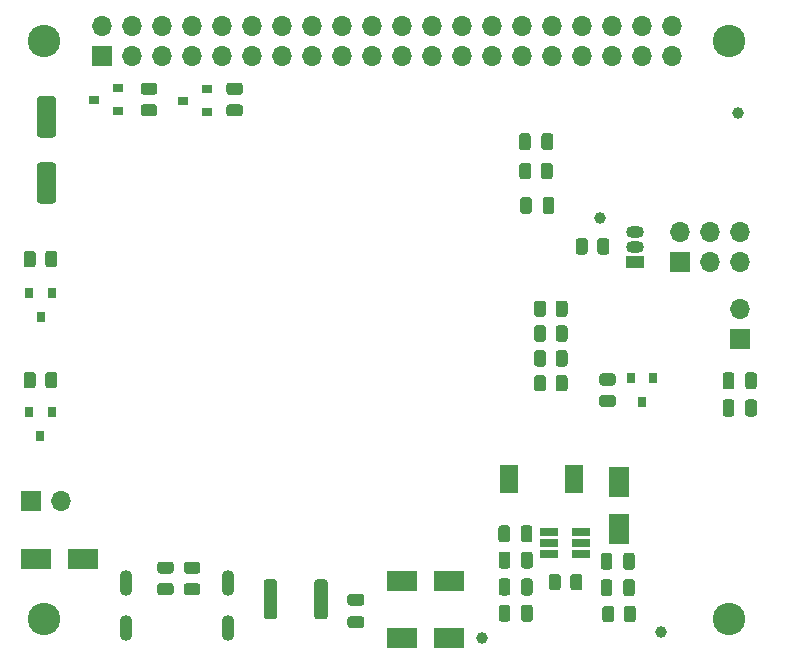
<source format=gbr>
%TF.GenerationSoftware,KiCad,Pcbnew,5.1.9+dfsg1-1*%
%TF.CreationDate,2021-12-12T20:19:36+01:00*%
%TF.ProjectId,RaspberryPi_UPS_HAT,52617370-6265-4727-9279-50695f555053,rev?*%
%TF.SameCoordinates,Original*%
%TF.FileFunction,Soldermask,Bot*%
%TF.FilePolarity,Negative*%
%FSLAX46Y46*%
G04 Gerber Fmt 4.6, Leading zero omitted, Abs format (unit mm)*
G04 Created by KiCad (PCBNEW 5.1.9+dfsg1-1) date 2021-12-12 20:19:36*
%MOMM*%
%LPD*%
G01*
G04 APERTURE LIST*
%ADD10R,0.900000X0.800000*%
%ADD11R,0.800000X0.900000*%
%ADD12R,2.500000X1.800000*%
%ADD13O,1.700000X1.700000*%
%ADD14R,1.700000X1.700000*%
%ADD15R,1.560000X0.650000*%
%ADD16C,2.750000*%
%ADD17C,1.000000*%
%ADD18R,1.500000X1.050000*%
%ADD19O,1.500000X1.050000*%
%ADD20R,1.500000X2.400000*%
%ADD21O,1.100000X2.200000*%
%ADD22R,1.800000X2.500000*%
G04 APERTURE END LIST*
%TO.C,F1*%
G36*
G01*
X77675000Y-90750001D02*
X77675000Y-87849999D01*
G75*
G02*
X77924999Y-87600000I249999J0D01*
G01*
X78550001Y-87600000D01*
G75*
G02*
X78800000Y-87849999I0J-249999D01*
G01*
X78800000Y-90750001D01*
G75*
G02*
X78550001Y-91000000I-249999J0D01*
G01*
X77924999Y-91000000D01*
G75*
G02*
X77675000Y-90750001I0J249999D01*
G01*
G37*
G36*
G01*
X73400000Y-90750001D02*
X73400000Y-87849999D01*
G75*
G02*
X73649999Y-87600000I249999J0D01*
G01*
X74275001Y-87600000D01*
G75*
G02*
X74525000Y-87849999I0J-249999D01*
G01*
X74525000Y-90750001D01*
G75*
G02*
X74275001Y-91000000I-249999J0D01*
G01*
X73649999Y-91000000D01*
G75*
G02*
X73400000Y-90750001I0J249999D01*
G01*
G37*
%TD*%
%TO.C,R15*%
G36*
G01*
X101630000Y-59870001D02*
X101630000Y-58969999D01*
G75*
G02*
X101879999Y-58720000I249999J0D01*
G01*
X102405001Y-58720000D01*
G75*
G02*
X102655000Y-58969999I0J-249999D01*
G01*
X102655000Y-59870001D01*
G75*
G02*
X102405001Y-60120000I-249999J0D01*
G01*
X101879999Y-60120000D01*
G75*
G02*
X101630000Y-59870001I0J249999D01*
G01*
G37*
G36*
G01*
X99805000Y-59870001D02*
X99805000Y-58969999D01*
G75*
G02*
X100054999Y-58720000I249999J0D01*
G01*
X100580001Y-58720000D01*
G75*
G02*
X100830000Y-58969999I0J-249999D01*
G01*
X100830000Y-59870001D01*
G75*
G02*
X100580001Y-60120000I-249999J0D01*
G01*
X100054999Y-60120000D01*
G75*
G02*
X99805000Y-59870001I0J249999D01*
G01*
G37*
%TD*%
D10*
%TO.C,Q2*%
X66560000Y-47070000D03*
X68560000Y-48020000D03*
X68560000Y-46120000D03*
%TD*%
D11*
%TO.C,Q1*%
X54500000Y-65390000D03*
X55450000Y-63390000D03*
X53550000Y-63390000D03*
%TD*%
%TO.C,R14*%
G36*
G01*
X96850000Y-53500001D02*
X96850000Y-52599999D01*
G75*
G02*
X97099999Y-52350000I249999J0D01*
G01*
X97625001Y-52350000D01*
G75*
G02*
X97875000Y-52599999I0J-249999D01*
G01*
X97875000Y-53500001D01*
G75*
G02*
X97625001Y-53750000I-249999J0D01*
G01*
X97099999Y-53750000D01*
G75*
G02*
X96850000Y-53500001I0J249999D01*
G01*
G37*
G36*
G01*
X95025000Y-53500001D02*
X95025000Y-52599999D01*
G75*
G02*
X95274999Y-52350000I249999J0D01*
G01*
X95800001Y-52350000D01*
G75*
G02*
X96050000Y-52599999I0J-249999D01*
G01*
X96050000Y-53500001D01*
G75*
G02*
X95800001Y-53750000I-249999J0D01*
G01*
X95274999Y-53750000D01*
G75*
G02*
X95025000Y-53500001I0J249999D01*
G01*
G37*
%TD*%
%TO.C,R13*%
G36*
G01*
X98100000Y-71450001D02*
X98100000Y-70549999D01*
G75*
G02*
X98349999Y-70300000I249999J0D01*
G01*
X98875001Y-70300000D01*
G75*
G02*
X99125000Y-70549999I0J-249999D01*
G01*
X99125000Y-71450001D01*
G75*
G02*
X98875001Y-71700000I-249999J0D01*
G01*
X98349999Y-71700000D01*
G75*
G02*
X98100000Y-71450001I0J249999D01*
G01*
G37*
G36*
G01*
X96275000Y-71450001D02*
X96275000Y-70549999D01*
G75*
G02*
X96524999Y-70300000I249999J0D01*
G01*
X97050001Y-70300000D01*
G75*
G02*
X97300000Y-70549999I0J-249999D01*
G01*
X97300000Y-71450001D01*
G75*
G02*
X97050001Y-71700000I-249999J0D01*
G01*
X96524999Y-71700000D01*
G75*
G02*
X96275000Y-71450001I0J249999D01*
G01*
G37*
%TD*%
%TO.C,R12*%
G36*
G01*
X97300000Y-68449999D02*
X97300000Y-69350001D01*
G75*
G02*
X97050001Y-69600000I-249999J0D01*
G01*
X96524999Y-69600000D01*
G75*
G02*
X96275000Y-69350001I0J249999D01*
G01*
X96275000Y-68449999D01*
G75*
G02*
X96524999Y-68200000I249999J0D01*
G01*
X97050001Y-68200000D01*
G75*
G02*
X97300000Y-68449999I0J-249999D01*
G01*
G37*
G36*
G01*
X99125000Y-68449999D02*
X99125000Y-69350001D01*
G75*
G02*
X98875001Y-69600000I-249999J0D01*
G01*
X98349999Y-69600000D01*
G75*
G02*
X98100000Y-69350001I0J249999D01*
G01*
X98100000Y-68449999D01*
G75*
G02*
X98349999Y-68200000I249999J0D01*
G01*
X98875001Y-68200000D01*
G75*
G02*
X99125000Y-68449999I0J-249999D01*
G01*
G37*
%TD*%
%TO.C,R11*%
G36*
G01*
X98550000Y-87399999D02*
X98550000Y-88300001D01*
G75*
G02*
X98300001Y-88550000I-249999J0D01*
G01*
X97774999Y-88550000D01*
G75*
G02*
X97525000Y-88300001I0J249999D01*
G01*
X97525000Y-87399999D01*
G75*
G02*
X97774999Y-87150000I249999J0D01*
G01*
X98300001Y-87150000D01*
G75*
G02*
X98550000Y-87399999I0J-249999D01*
G01*
G37*
G36*
G01*
X100375000Y-87399999D02*
X100375000Y-88300001D01*
G75*
G02*
X100125001Y-88550000I-249999J0D01*
G01*
X99599999Y-88550000D01*
G75*
G02*
X99350000Y-88300001I0J249999D01*
G01*
X99350000Y-87399999D01*
G75*
G02*
X99599999Y-87150000I249999J0D01*
G01*
X100125001Y-87150000D01*
G75*
G02*
X100375000Y-87399999I0J-249999D01*
G01*
G37*
%TD*%
%TO.C,R10*%
G36*
G01*
X103080000Y-90099999D02*
X103080000Y-91000001D01*
G75*
G02*
X102830001Y-91250000I-249999J0D01*
G01*
X102304999Y-91250000D01*
G75*
G02*
X102055000Y-91000001I0J249999D01*
G01*
X102055000Y-90099999D01*
G75*
G02*
X102304999Y-89850000I249999J0D01*
G01*
X102830001Y-89850000D01*
G75*
G02*
X103080000Y-90099999I0J-249999D01*
G01*
G37*
G36*
G01*
X104905000Y-90099999D02*
X104905000Y-91000001D01*
G75*
G02*
X104655001Y-91250000I-249999J0D01*
G01*
X104129999Y-91250000D01*
G75*
G02*
X103880000Y-91000001I0J249999D01*
G01*
X103880000Y-90099999D01*
G75*
G02*
X104129999Y-89850000I249999J0D01*
G01*
X104655001Y-89850000D01*
G75*
G02*
X104905000Y-90099999I0J-249999D01*
G01*
G37*
%TD*%
%TO.C,R9*%
G36*
G01*
X102950001Y-71200000D02*
X102049999Y-71200000D01*
G75*
G02*
X101800000Y-70950001I0J249999D01*
G01*
X101800000Y-70424999D01*
G75*
G02*
X102049999Y-70175000I249999J0D01*
G01*
X102950001Y-70175000D01*
G75*
G02*
X103200000Y-70424999I0J-249999D01*
G01*
X103200000Y-70950001D01*
G75*
G02*
X102950001Y-71200000I-249999J0D01*
G01*
G37*
G36*
G01*
X102950001Y-73025000D02*
X102049999Y-73025000D01*
G75*
G02*
X101800000Y-72775001I0J249999D01*
G01*
X101800000Y-72249999D01*
G75*
G02*
X102049999Y-72000000I249999J0D01*
G01*
X102950001Y-72000000D01*
G75*
G02*
X103200000Y-72249999I0J-249999D01*
G01*
X103200000Y-72775001D01*
G75*
G02*
X102950001Y-73025000I-249999J0D01*
G01*
G37*
%TD*%
%TO.C,R8*%
G36*
G01*
X66874999Y-87925000D02*
X67775001Y-87925000D01*
G75*
G02*
X68025000Y-88174999I0J-249999D01*
G01*
X68025000Y-88700001D01*
G75*
G02*
X67775001Y-88950000I-249999J0D01*
G01*
X66874999Y-88950000D01*
G75*
G02*
X66625000Y-88700001I0J249999D01*
G01*
X66625000Y-88174999D01*
G75*
G02*
X66874999Y-87925000I249999J0D01*
G01*
G37*
G36*
G01*
X66874999Y-86100000D02*
X67775001Y-86100000D01*
G75*
G02*
X68025000Y-86349999I0J-249999D01*
G01*
X68025000Y-86875001D01*
G75*
G02*
X67775001Y-87125000I-249999J0D01*
G01*
X66874999Y-87125000D01*
G75*
G02*
X66625000Y-86875001I0J249999D01*
G01*
X66625000Y-86349999D01*
G75*
G02*
X66874999Y-86100000I249999J0D01*
G01*
G37*
%TD*%
%TO.C,R7*%
G36*
G01*
X63224999Y-47385000D02*
X64125001Y-47385000D01*
G75*
G02*
X64375000Y-47634999I0J-249999D01*
G01*
X64375000Y-48160001D01*
G75*
G02*
X64125001Y-48410000I-249999J0D01*
G01*
X63224999Y-48410000D01*
G75*
G02*
X62975000Y-48160001I0J249999D01*
G01*
X62975000Y-47634999D01*
G75*
G02*
X63224999Y-47385000I249999J0D01*
G01*
G37*
G36*
G01*
X63224999Y-45560000D02*
X64125001Y-45560000D01*
G75*
G02*
X64375000Y-45809999I0J-249999D01*
G01*
X64375000Y-46335001D01*
G75*
G02*
X64125001Y-46585000I-249999J0D01*
G01*
X63224999Y-46585000D01*
G75*
G02*
X62975000Y-46335001I0J249999D01*
G01*
X62975000Y-45809999D01*
G75*
G02*
X63224999Y-45560000I249999J0D01*
G01*
G37*
%TD*%
%TO.C,R6*%
G36*
G01*
X54885000Y-71190001D02*
X54885000Y-70289999D01*
G75*
G02*
X55134999Y-70040000I249999J0D01*
G01*
X55660001Y-70040000D01*
G75*
G02*
X55910000Y-70289999I0J-249999D01*
G01*
X55910000Y-71190001D01*
G75*
G02*
X55660001Y-71440000I-249999J0D01*
G01*
X55134999Y-71440000D01*
G75*
G02*
X54885000Y-71190001I0J249999D01*
G01*
G37*
G36*
G01*
X53060000Y-71190001D02*
X53060000Y-70289999D01*
G75*
G02*
X53309999Y-70040000I249999J0D01*
G01*
X53835001Y-70040000D01*
G75*
G02*
X54085000Y-70289999I0J-249999D01*
G01*
X54085000Y-71190001D01*
G75*
G02*
X53835001Y-71440000I-249999J0D01*
G01*
X53309999Y-71440000D01*
G75*
G02*
X53060000Y-71190001I0J249999D01*
G01*
G37*
%TD*%
%TO.C,R5*%
G36*
G01*
X54885000Y-60940001D02*
X54885000Y-60039999D01*
G75*
G02*
X55134999Y-59790000I249999J0D01*
G01*
X55660001Y-59790000D01*
G75*
G02*
X55910000Y-60039999I0J-249999D01*
G01*
X55910000Y-60940001D01*
G75*
G02*
X55660001Y-61190000I-249999J0D01*
G01*
X55134999Y-61190000D01*
G75*
G02*
X54885000Y-60940001I0J249999D01*
G01*
G37*
G36*
G01*
X53060000Y-60940001D02*
X53060000Y-60039999D01*
G75*
G02*
X53309999Y-59790000I249999J0D01*
G01*
X53835001Y-59790000D01*
G75*
G02*
X54085000Y-60039999I0J-249999D01*
G01*
X54085000Y-60940001D01*
G75*
G02*
X53835001Y-61190000I-249999J0D01*
G01*
X53309999Y-61190000D01*
G75*
G02*
X53060000Y-60940001I0J249999D01*
G01*
G37*
%TD*%
%TO.C,R4*%
G36*
G01*
X70474999Y-47385000D02*
X71375001Y-47385000D01*
G75*
G02*
X71625000Y-47634999I0J-249999D01*
G01*
X71625000Y-48160001D01*
G75*
G02*
X71375001Y-48410000I-249999J0D01*
G01*
X70474999Y-48410000D01*
G75*
G02*
X70225000Y-48160001I0J249999D01*
G01*
X70225000Y-47634999D01*
G75*
G02*
X70474999Y-47385000I249999J0D01*
G01*
G37*
G36*
G01*
X70474999Y-45560000D02*
X71375001Y-45560000D01*
G75*
G02*
X71625000Y-45809999I0J-249999D01*
G01*
X71625000Y-46335001D01*
G75*
G02*
X71375001Y-46585000I-249999J0D01*
G01*
X70474999Y-46585000D01*
G75*
G02*
X70225000Y-46335001I0J249999D01*
G01*
X70225000Y-45809999D01*
G75*
G02*
X70474999Y-45560000I249999J0D01*
G01*
G37*
%TD*%
%TO.C,R3*%
G36*
G01*
X64624999Y-87925000D02*
X65525001Y-87925000D01*
G75*
G02*
X65775000Y-88174999I0J-249999D01*
G01*
X65775000Y-88700001D01*
G75*
G02*
X65525001Y-88950000I-249999J0D01*
G01*
X64624999Y-88950000D01*
G75*
G02*
X64375000Y-88700001I0J249999D01*
G01*
X64375000Y-88174999D01*
G75*
G02*
X64624999Y-87925000I249999J0D01*
G01*
G37*
G36*
G01*
X64624999Y-86100000D02*
X65525001Y-86100000D01*
G75*
G02*
X65775000Y-86349999I0J-249999D01*
G01*
X65775000Y-86875001D01*
G75*
G02*
X65525001Y-87125000I-249999J0D01*
G01*
X64624999Y-87125000D01*
G75*
G02*
X64375000Y-86875001I0J249999D01*
G01*
X64375000Y-86349999D01*
G75*
G02*
X64624999Y-86100000I249999J0D01*
G01*
G37*
%TD*%
%TO.C,R2*%
G36*
G01*
X98100000Y-65150001D02*
X98100000Y-64249999D01*
G75*
G02*
X98349999Y-64000000I249999J0D01*
G01*
X98875001Y-64000000D01*
G75*
G02*
X99125000Y-64249999I0J-249999D01*
G01*
X99125000Y-65150001D01*
G75*
G02*
X98875001Y-65400000I-249999J0D01*
G01*
X98349999Y-65400000D01*
G75*
G02*
X98100000Y-65150001I0J249999D01*
G01*
G37*
G36*
G01*
X96275000Y-65150001D02*
X96275000Y-64249999D01*
G75*
G02*
X96524999Y-64000000I249999J0D01*
G01*
X97050001Y-64000000D01*
G75*
G02*
X97300000Y-64249999I0J-249999D01*
G01*
X97300000Y-65150001D01*
G75*
G02*
X97050001Y-65400000I-249999J0D01*
G01*
X96524999Y-65400000D01*
G75*
G02*
X96275000Y-65150001I0J249999D01*
G01*
G37*
%TD*%
%TO.C,R1*%
G36*
G01*
X98100000Y-67250001D02*
X98100000Y-66349999D01*
G75*
G02*
X98349999Y-66100000I249999J0D01*
G01*
X98875001Y-66100000D01*
G75*
G02*
X99125000Y-66349999I0J-249999D01*
G01*
X99125000Y-67250001D01*
G75*
G02*
X98875001Y-67500000I-249999J0D01*
G01*
X98349999Y-67500000D01*
G75*
G02*
X98100000Y-67250001I0J249999D01*
G01*
G37*
G36*
G01*
X96275000Y-67250001D02*
X96275000Y-66349999D01*
G75*
G02*
X96524999Y-66100000I249999J0D01*
G01*
X97050001Y-66100000D01*
G75*
G02*
X97300000Y-66349999I0J-249999D01*
G01*
X97300000Y-67250001D01*
G75*
G02*
X97050001Y-67500000I-249999J0D01*
G01*
X96524999Y-67500000D01*
G75*
G02*
X96275000Y-67250001I0J249999D01*
G01*
G37*
%TD*%
D12*
%TO.C,D3*%
X54100000Y-85900000D03*
X58100000Y-85900000D03*
%TD*%
D13*
%TO.C,J5*%
X56240000Y-81000000D03*
D14*
X53700000Y-81000000D03*
%TD*%
%TO.C,C12*%
G36*
G01*
X54450000Y-52300000D02*
X55550000Y-52300000D01*
G75*
G02*
X55800000Y-52550000I0J-250000D01*
G01*
X55800000Y-55550000D01*
G75*
G02*
X55550000Y-55800000I-250000J0D01*
G01*
X54450000Y-55800000D01*
G75*
G02*
X54200000Y-55550000I0J250000D01*
G01*
X54200000Y-52550000D01*
G75*
G02*
X54450000Y-52300000I250000J0D01*
G01*
G37*
G36*
G01*
X54450000Y-46700000D02*
X55550000Y-46700000D01*
G75*
G02*
X55800000Y-46950000I0J-250000D01*
G01*
X55800000Y-49950000D01*
G75*
G02*
X55550000Y-50200000I-250000J0D01*
G01*
X54450000Y-50200000D01*
G75*
G02*
X54200000Y-49950000I0J250000D01*
G01*
X54200000Y-46950000D01*
G75*
G02*
X54450000Y-46700000I250000J0D01*
G01*
G37*
%TD*%
D15*
%TO.C,U4*%
X97560000Y-84535000D03*
X97560000Y-83585000D03*
X97560000Y-85485000D03*
X100260000Y-85485000D03*
X100260000Y-84535000D03*
X100260000Y-83585000D03*
%TD*%
D16*
%TO.C,*%
X54800000Y-42000000D03*
%TD*%
%TO.C,*%
X112800000Y-42000000D03*
%TD*%
%TO.C,*%
X112800000Y-91000000D03*
%TD*%
%TO.C,*%
X54800000Y-91000000D03*
%TD*%
%TO.C,C11*%
G36*
G01*
X97000000Y-56435000D02*
X97000000Y-55485000D01*
G75*
G02*
X97250000Y-55235000I250000J0D01*
G01*
X97750000Y-55235000D01*
G75*
G02*
X98000000Y-55485000I0J-250000D01*
G01*
X98000000Y-56435000D01*
G75*
G02*
X97750000Y-56685000I-250000J0D01*
G01*
X97250000Y-56685000D01*
G75*
G02*
X97000000Y-56435000I0J250000D01*
G01*
G37*
G36*
G01*
X95100000Y-56435000D02*
X95100000Y-55485000D01*
G75*
G02*
X95350000Y-55235000I250000J0D01*
G01*
X95850000Y-55235000D01*
G75*
G02*
X96100000Y-55485000I0J-250000D01*
G01*
X96100000Y-56435000D01*
G75*
G02*
X95850000Y-56685000I-250000J0D01*
G01*
X95350000Y-56685000D01*
G75*
G02*
X95100000Y-56435000I0J250000D01*
G01*
G37*
%TD*%
%TO.C,C10*%
G36*
G01*
X96000000Y-50075000D02*
X96000000Y-51025000D01*
G75*
G02*
X95750000Y-51275000I-250000J0D01*
G01*
X95250000Y-51275000D01*
G75*
G02*
X95000000Y-51025000I0J250000D01*
G01*
X95000000Y-50075000D01*
G75*
G02*
X95250000Y-49825000I250000J0D01*
G01*
X95750000Y-49825000D01*
G75*
G02*
X96000000Y-50075000I0J-250000D01*
G01*
G37*
G36*
G01*
X97900000Y-50075000D02*
X97900000Y-51025000D01*
G75*
G02*
X97650000Y-51275000I-250000J0D01*
G01*
X97150000Y-51275000D01*
G75*
G02*
X96900000Y-51025000I0J250000D01*
G01*
X96900000Y-50075000D01*
G75*
G02*
X97150000Y-49825000I250000J0D01*
G01*
X97650000Y-49825000D01*
G75*
G02*
X97900000Y-50075000I0J-250000D01*
G01*
G37*
%TD*%
D17*
%TO.C,TP4*%
X101900000Y-57000000D03*
%TD*%
%TO.C,TP3*%
X113550000Y-48150000D03*
%TD*%
%TO.C,TP2*%
X107050000Y-92050000D03*
%TD*%
%TO.C,TP1*%
X91900000Y-92550000D03*
%TD*%
D13*
%TO.C,J2*%
X107930000Y-40730000D03*
X107930000Y-43270000D03*
X105390000Y-40730000D03*
X105390000Y-43270000D03*
X102850000Y-40730000D03*
X102850000Y-43270000D03*
X100310000Y-40730000D03*
X100310000Y-43270000D03*
X97770000Y-40730000D03*
X97770000Y-43270000D03*
X95230000Y-40730000D03*
X95230000Y-43270000D03*
X92690000Y-40730000D03*
X92690000Y-43270000D03*
X90150000Y-40730000D03*
X90150000Y-43270000D03*
X87610000Y-40730000D03*
X87610000Y-43270000D03*
X85070000Y-40730000D03*
X85070000Y-43270000D03*
X82530000Y-40730000D03*
X82530000Y-43270000D03*
X79990000Y-40730000D03*
X79990000Y-43270000D03*
X77450000Y-40730000D03*
X77450000Y-43270000D03*
X74910000Y-40730000D03*
X74910000Y-43270000D03*
X72370000Y-40730000D03*
X72370000Y-43270000D03*
X69830000Y-40730000D03*
X69830000Y-43270000D03*
X67290000Y-40730000D03*
X67290000Y-43270000D03*
X64750000Y-40730000D03*
X64750000Y-43270000D03*
X62210000Y-40730000D03*
X62210000Y-43270000D03*
X59670000Y-40730000D03*
D14*
X59670000Y-43270000D03*
%TD*%
D13*
%TO.C,J1*%
X113680000Y-58160000D03*
X113680000Y-60700000D03*
X111140000Y-58160000D03*
X111140000Y-60700000D03*
X108600000Y-58160000D03*
D14*
X108600000Y-60700000D03*
%TD*%
D11*
%TO.C,Q3*%
X54485000Y-75440000D03*
X55435000Y-73440000D03*
X53535000Y-73440000D03*
%TD*%
D10*
%TO.C,Q4*%
X59025000Y-46985000D03*
X61025000Y-47935000D03*
X61025000Y-46035000D03*
%TD*%
D18*
%TO.C,U3*%
X104800000Y-60700000D03*
D19*
X104800000Y-58160000D03*
X104800000Y-59430000D03*
%TD*%
D12*
%TO.C,D2*%
X85105000Y-87710000D03*
X89105000Y-87710000D03*
%TD*%
%TO.C,C1*%
G36*
G01*
X114150000Y-71275000D02*
X114150000Y-70325000D01*
G75*
G02*
X114400000Y-70075000I250000J0D01*
G01*
X114900000Y-70075000D01*
G75*
G02*
X115150000Y-70325000I0J-250000D01*
G01*
X115150000Y-71275000D01*
G75*
G02*
X114900000Y-71525000I-250000J0D01*
G01*
X114400000Y-71525000D01*
G75*
G02*
X114150000Y-71275000I0J250000D01*
G01*
G37*
G36*
G01*
X112250000Y-71275000D02*
X112250000Y-70325000D01*
G75*
G02*
X112500000Y-70075000I250000J0D01*
G01*
X113000000Y-70075000D01*
G75*
G02*
X113250000Y-70325000I0J-250000D01*
G01*
X113250000Y-71275000D01*
G75*
G02*
X113000000Y-71525000I-250000J0D01*
G01*
X112500000Y-71525000D01*
G75*
G02*
X112250000Y-71275000I0J250000D01*
G01*
G37*
%TD*%
%TO.C,C2*%
G36*
G01*
X94280000Y-85500000D02*
X94280000Y-86450000D01*
G75*
G02*
X94030000Y-86700000I-250000J0D01*
G01*
X93530000Y-86700000D01*
G75*
G02*
X93280000Y-86450000I0J250000D01*
G01*
X93280000Y-85500000D01*
G75*
G02*
X93530000Y-85250000I250000J0D01*
G01*
X94030000Y-85250000D01*
G75*
G02*
X94280000Y-85500000I0J-250000D01*
G01*
G37*
G36*
G01*
X96180000Y-85500000D02*
X96180000Y-86450000D01*
G75*
G02*
X95930000Y-86700000I-250000J0D01*
G01*
X95430000Y-86700000D01*
G75*
G02*
X95180000Y-86450000I0J250000D01*
G01*
X95180000Y-85500000D01*
G75*
G02*
X95430000Y-85250000I250000J0D01*
G01*
X95930000Y-85250000D01*
G75*
G02*
X96180000Y-85500000I0J-250000D01*
G01*
G37*
%TD*%
%TO.C,C3*%
G36*
G01*
X94280000Y-87775000D02*
X94280000Y-88725000D01*
G75*
G02*
X94030000Y-88975000I-250000J0D01*
G01*
X93530000Y-88975000D01*
G75*
G02*
X93280000Y-88725000I0J250000D01*
G01*
X93280000Y-87775000D01*
G75*
G02*
X93530000Y-87525000I250000J0D01*
G01*
X94030000Y-87525000D01*
G75*
G02*
X94280000Y-87775000I0J-250000D01*
G01*
G37*
G36*
G01*
X96180000Y-87775000D02*
X96180000Y-88725000D01*
G75*
G02*
X95930000Y-88975000I-250000J0D01*
G01*
X95430000Y-88975000D01*
G75*
G02*
X95180000Y-88725000I0J250000D01*
G01*
X95180000Y-87775000D01*
G75*
G02*
X95430000Y-87525000I250000J0D01*
G01*
X95930000Y-87525000D01*
G75*
G02*
X96180000Y-87775000I0J-250000D01*
G01*
G37*
%TD*%
%TO.C,C4*%
G36*
G01*
X94280000Y-90000000D02*
X94280000Y-90950000D01*
G75*
G02*
X94030000Y-91200000I-250000J0D01*
G01*
X93530000Y-91200000D01*
G75*
G02*
X93280000Y-90950000I0J250000D01*
G01*
X93280000Y-90000000D01*
G75*
G02*
X93530000Y-89750000I250000J0D01*
G01*
X94030000Y-89750000D01*
G75*
G02*
X94280000Y-90000000I0J-250000D01*
G01*
G37*
G36*
G01*
X96180000Y-90000000D02*
X96180000Y-90950000D01*
G75*
G02*
X95930000Y-91200000I-250000J0D01*
G01*
X95430000Y-91200000D01*
G75*
G02*
X95180000Y-90950000I0J250000D01*
G01*
X95180000Y-90000000D01*
G75*
G02*
X95430000Y-89750000I250000J0D01*
G01*
X95930000Y-89750000D01*
G75*
G02*
X96180000Y-90000000I0J-250000D01*
G01*
G37*
%TD*%
%TO.C,C5*%
G36*
G01*
X102920000Y-87845000D02*
X102920000Y-88795000D01*
G75*
G02*
X102670000Y-89045000I-250000J0D01*
G01*
X102170000Y-89045000D01*
G75*
G02*
X101920000Y-88795000I0J250000D01*
G01*
X101920000Y-87845000D01*
G75*
G02*
X102170000Y-87595000I250000J0D01*
G01*
X102670000Y-87595000D01*
G75*
G02*
X102920000Y-87845000I0J-250000D01*
G01*
G37*
G36*
G01*
X104820000Y-87845000D02*
X104820000Y-88795000D01*
G75*
G02*
X104570000Y-89045000I-250000J0D01*
G01*
X104070000Y-89045000D01*
G75*
G02*
X103820000Y-88795000I0J250000D01*
G01*
X103820000Y-87845000D01*
G75*
G02*
X104070000Y-87595000I250000J0D01*
G01*
X104570000Y-87595000D01*
G75*
G02*
X104820000Y-87845000I0J-250000D01*
G01*
G37*
%TD*%
%TO.C,C6*%
G36*
G01*
X102920000Y-85605000D02*
X102920000Y-86555000D01*
G75*
G02*
X102670000Y-86805000I-250000J0D01*
G01*
X102170000Y-86805000D01*
G75*
G02*
X101920000Y-86555000I0J250000D01*
G01*
X101920000Y-85605000D01*
G75*
G02*
X102170000Y-85355000I250000J0D01*
G01*
X102670000Y-85355000D01*
G75*
G02*
X102920000Y-85605000I0J-250000D01*
G01*
G37*
G36*
G01*
X104820000Y-85605000D02*
X104820000Y-86555000D01*
G75*
G02*
X104570000Y-86805000I-250000J0D01*
G01*
X104070000Y-86805000D01*
G75*
G02*
X103820000Y-86555000I0J250000D01*
G01*
X103820000Y-85605000D01*
G75*
G02*
X104070000Y-85355000I250000J0D01*
G01*
X104570000Y-85355000D01*
G75*
G02*
X104820000Y-85605000I0J-250000D01*
G01*
G37*
%TD*%
D20*
%TO.C,L1*%
X94150000Y-79150000D03*
X99650000Y-79150000D03*
%TD*%
%TO.C,C7*%
G36*
G01*
X94250000Y-83275000D02*
X94250000Y-84225000D01*
G75*
G02*
X94000000Y-84475000I-250000J0D01*
G01*
X93500000Y-84475000D01*
G75*
G02*
X93250000Y-84225000I0J250000D01*
G01*
X93250000Y-83275000D01*
G75*
G02*
X93500000Y-83025000I250000J0D01*
G01*
X94000000Y-83025000D01*
G75*
G02*
X94250000Y-83275000I0J-250000D01*
G01*
G37*
G36*
G01*
X96150000Y-83275000D02*
X96150000Y-84225000D01*
G75*
G02*
X95900000Y-84475000I-250000J0D01*
G01*
X95400000Y-84475000D01*
G75*
G02*
X95150000Y-84225000I0J250000D01*
G01*
X95150000Y-83275000D01*
G75*
G02*
X95400000Y-83025000I250000J0D01*
G01*
X95900000Y-83025000D01*
G75*
G02*
X96150000Y-83275000I0J-250000D01*
G01*
G37*
%TD*%
%TO.C,C8*%
G36*
G01*
X80725000Y-90730000D02*
X81675000Y-90730000D01*
G75*
G02*
X81925000Y-90980000I0J-250000D01*
G01*
X81925000Y-91480000D01*
G75*
G02*
X81675000Y-91730000I-250000J0D01*
G01*
X80725000Y-91730000D01*
G75*
G02*
X80475000Y-91480000I0J250000D01*
G01*
X80475000Y-90980000D01*
G75*
G02*
X80725000Y-90730000I250000J0D01*
G01*
G37*
G36*
G01*
X80725000Y-88830000D02*
X81675000Y-88830000D01*
G75*
G02*
X81925000Y-89080000I0J-250000D01*
G01*
X81925000Y-89580000D01*
G75*
G02*
X81675000Y-89830000I-250000J0D01*
G01*
X80725000Y-89830000D01*
G75*
G02*
X80475000Y-89580000I0J250000D01*
G01*
X80475000Y-89080000D01*
G75*
G02*
X80725000Y-88830000I250000J0D01*
G01*
G37*
%TD*%
%TO.C,C9*%
G36*
G01*
X114150000Y-73575000D02*
X114150000Y-72625000D01*
G75*
G02*
X114400000Y-72375000I250000J0D01*
G01*
X114900000Y-72375000D01*
G75*
G02*
X115150000Y-72625000I0J-250000D01*
G01*
X115150000Y-73575000D01*
G75*
G02*
X114900000Y-73825000I-250000J0D01*
G01*
X114400000Y-73825000D01*
G75*
G02*
X114150000Y-73575000I0J250000D01*
G01*
G37*
G36*
G01*
X112250000Y-73575000D02*
X112250000Y-72625000D01*
G75*
G02*
X112500000Y-72375000I250000J0D01*
G01*
X113000000Y-72375000D01*
G75*
G02*
X113250000Y-72625000I0J-250000D01*
G01*
X113250000Y-73575000D01*
G75*
G02*
X113000000Y-73825000I-250000J0D01*
G01*
X112500000Y-73825000D01*
G75*
G02*
X112250000Y-73575000I0J250000D01*
G01*
G37*
%TD*%
D12*
%TO.C,D1*%
X85080000Y-92535000D03*
X89080000Y-92535000D03*
%TD*%
D11*
%TO.C,Q5*%
X105400000Y-72600000D03*
X106350000Y-70600000D03*
X104450000Y-70600000D03*
%TD*%
D21*
%TO.C,J6*%
X70345000Y-91700000D03*
X61705000Y-91700000D03*
X70345000Y-87900000D03*
X61705000Y-87900000D03*
%TD*%
D13*
%TO.C,J4*%
X113700000Y-64760000D03*
D14*
X113700000Y-67300000D03*
%TD*%
D22*
%TO.C,D5*%
X103500000Y-79350000D03*
X103500000Y-83350000D03*
%TD*%
M02*

</source>
